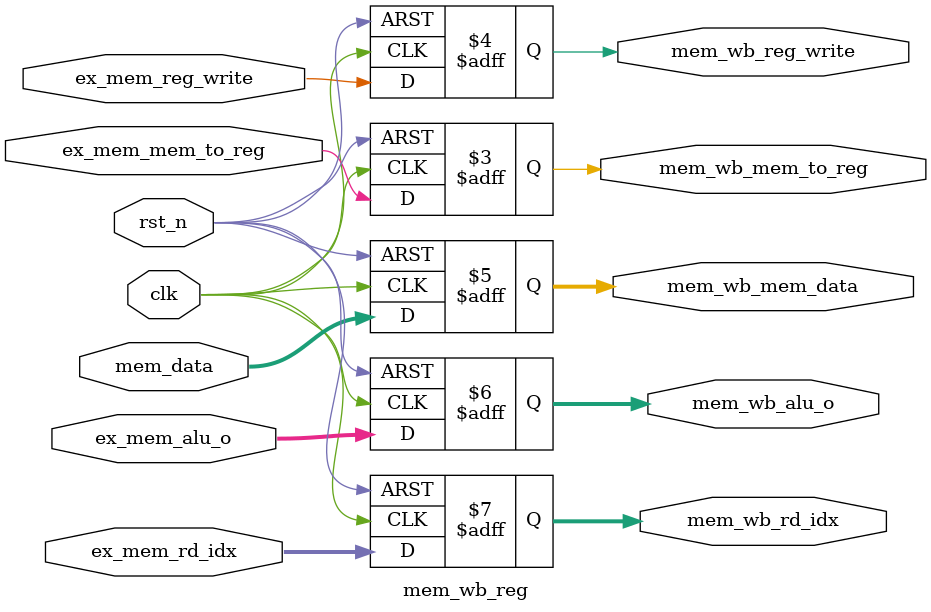
<source format=v>
module mem_wb_reg(
    input                  clk,
    input                  rst_n,
    input                  ex_mem_reg_write,
    input                  ex_mem_mem_to_reg,
    input       [ 31 : 0 ] mem_data,
    input       [ 31 : 0 ] ex_mem_alu_o,
    input       [  4 : 0 ] ex_mem_rd_idx,
    output reg             mem_wb_mem_to_reg,
    output reg             mem_wb_reg_write,
    output reg  [ 31 : 0 ] mem_wb_mem_data,
    output reg  [ 31 : 0 ] mem_wb_alu_o,
    output reg  [  4 : 0 ] mem_wb_rd_idx
);

    always @(posedge clk or negedge rst_n) begin
        if (~rst_n) begin
            mem_wb_mem_data    <= 'd0;  
            mem_wb_alu_o       <= 'd0;  
            mem_wb_rd_idx      <= 'd0;  
            mem_wb_reg_write   <= 'd0;
            mem_wb_mem_to_reg  <= 'd0;
        end  
        else begin  
            mem_wb_mem_data    <= mem_data;  
            mem_wb_alu_o       <= ex_mem_alu_o;  
            mem_wb_rd_idx      <= ex_mem_rd_idx;  
            mem_wb_reg_write   <= ex_mem_reg_write;
            mem_wb_mem_to_reg  <= ex_mem_mem_to_reg;
        end
    end

endmodule
</source>
